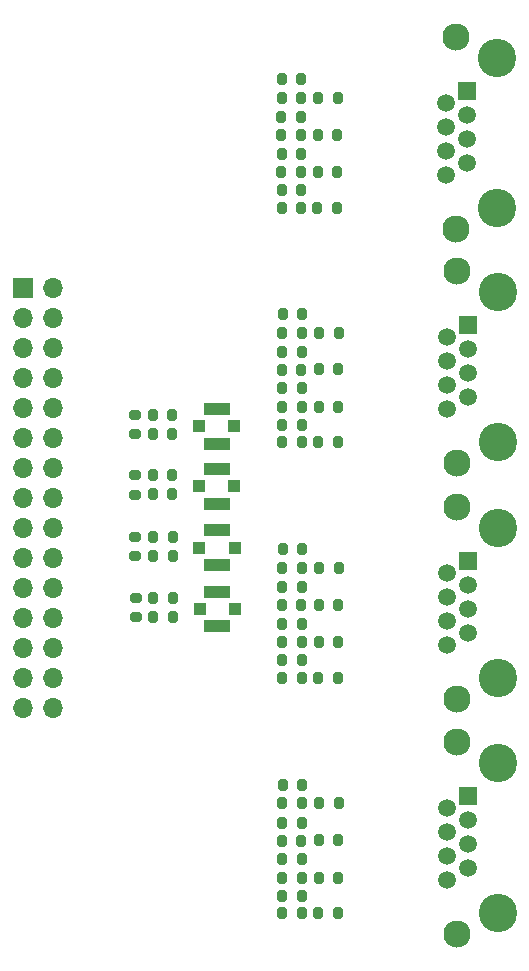
<source format=gbr>
%TF.GenerationSoftware,KiCad,Pcbnew,8.0.5-8.0.5-0~ubuntu22.04.1*%
%TF.CreationDate,2024-10-05T08:55:46-07:00*%
%TF.ProjectId,pmod_ethernet_la,706d6f64-5f65-4746-9865-726e65745f6c,rev?*%
%TF.SameCoordinates,Original*%
%TF.FileFunction,Soldermask,Top*%
%TF.FilePolarity,Negative*%
%FSLAX46Y46*%
G04 Gerber Fmt 4.6, Leading zero omitted, Abs format (unit mm)*
G04 Created by KiCad (PCBNEW 8.0.5-8.0.5-0~ubuntu22.04.1) date 2024-10-05 08:55:46*
%MOMM*%
%LPD*%
G01*
G04 APERTURE LIST*
G04 Aperture macros list*
%AMRoundRect*
0 Rectangle with rounded corners*
0 $1 Rounding radius*
0 $2 $3 $4 $5 $6 $7 $8 $9 X,Y pos of 4 corners*
0 Add a 4 corners polygon primitive as box body*
4,1,4,$2,$3,$4,$5,$6,$7,$8,$9,$2,$3,0*
0 Add four circle primitives for the rounded corners*
1,1,$1+$1,$2,$3*
1,1,$1+$1,$4,$5*
1,1,$1+$1,$6,$7*
1,1,$1+$1,$8,$9*
0 Add four rect primitives between the rounded corners*
20,1,$1+$1,$2,$3,$4,$5,0*
20,1,$1+$1,$4,$5,$6,$7,0*
20,1,$1+$1,$6,$7,$8,$9,0*
20,1,$1+$1,$8,$9,$2,$3,0*%
G04 Aperture macros list end*
%ADD10RoundRect,0.200000X-0.200000X-0.275000X0.200000X-0.275000X0.200000X0.275000X-0.200000X0.275000X0*%
%ADD11RoundRect,0.200000X0.275000X-0.200000X0.275000X0.200000X-0.275000X0.200000X-0.275000X-0.200000X0*%
%ADD12RoundRect,0.200000X-0.275000X0.200000X-0.275000X-0.200000X0.275000X-0.200000X0.275000X0.200000X0*%
%ADD13R,1.000000X1.000000*%
%ADD14R,2.200000X1.050000*%
%ADD15R,1.700000X1.700000*%
%ADD16O,1.700000X1.700000*%
%ADD17RoundRect,0.200000X0.200000X0.275000X-0.200000X0.275000X-0.200000X-0.275000X0.200000X-0.275000X0*%
%ADD18C,3.250000*%
%ADD19R,1.500000X1.500000*%
%ADD20C,1.500000*%
%ADD21C,2.300000*%
G04 APERTURE END LIST*
D10*
%TO.C,R902*%
X96750000Y-115000001D03*
X98400000Y-115000001D03*
%TD*%
D11*
%TO.C,R901*%
X95250000Y-116625001D03*
X95250000Y-114975001D03*
%TD*%
D10*
%TO.C,R802*%
X96750000Y-109900000D03*
X98400000Y-109900000D03*
%TD*%
D11*
%TO.C,R801*%
X95250000Y-111525000D03*
X95250000Y-109875000D03*
%TD*%
D10*
%TO.C,R702*%
X96800000Y-125375000D03*
X98450000Y-125375000D03*
%TD*%
D12*
%TO.C,R701*%
X95300000Y-125350000D03*
X95300000Y-127000000D03*
%TD*%
D10*
%TO.C,R602*%
X96775000Y-120200000D03*
X98425000Y-120200000D03*
%TD*%
D11*
%TO.C,R601*%
X95275000Y-121825000D03*
X95275000Y-120175000D03*
%TD*%
D13*
%TO.C,J901*%
X100650000Y-115925001D03*
D14*
X102150000Y-114450001D03*
D13*
X103650000Y-115925001D03*
D14*
X102150000Y-117400001D03*
%TD*%
D13*
%TO.C,J801*%
X100650000Y-110825000D03*
D14*
X102150000Y-109350000D03*
D13*
X103650000Y-110825000D03*
D14*
X102150000Y-112300000D03*
%TD*%
D13*
%TO.C,J701*%
X100700000Y-126300000D03*
D14*
X102200000Y-124825000D03*
D13*
X103700000Y-126300000D03*
D14*
X102200000Y-127775000D03*
%TD*%
%TO.C,J601*%
X102175000Y-122600000D03*
D13*
X103675000Y-121125000D03*
D14*
X102175000Y-119650000D03*
D13*
X100675000Y-121125000D03*
%TD*%
D10*
%TO.C,C901*%
X96750000Y-116600001D03*
X98400000Y-116600001D03*
%TD*%
%TO.C,C801*%
X96750000Y-111500000D03*
X98400000Y-111500000D03*
%TD*%
%TO.C,C701*%
X96800000Y-126975000D03*
X98450000Y-126975000D03*
%TD*%
%TO.C,C601*%
X96775000Y-121800000D03*
X98425000Y-121800000D03*
%TD*%
D15*
%TO.C,J102*%
X85725000Y-99160000D03*
D16*
X88265000Y-99160000D03*
X85725000Y-101700000D03*
X88265000Y-101700000D03*
X85725000Y-104240000D03*
X88265000Y-104240000D03*
X85725000Y-106780000D03*
X88265000Y-106780000D03*
X85725000Y-109320000D03*
X88265000Y-109320000D03*
X85725000Y-111860000D03*
X88265000Y-111860000D03*
X85725000Y-114400000D03*
X88265000Y-114400000D03*
X85725000Y-116940000D03*
X88265000Y-116940000D03*
X85725000Y-119480000D03*
X88265000Y-119480000D03*
X85725000Y-122020000D03*
X88265000Y-122020000D03*
X85725000Y-124560000D03*
X88265000Y-124560000D03*
X85725000Y-127100000D03*
X88265000Y-127100000D03*
X85725000Y-129640000D03*
X88265000Y-129640000D03*
X85725000Y-132180000D03*
X88265000Y-132180000D03*
X85725000Y-134720000D03*
X88265000Y-134720000D03*
%TD*%
D17*
%TO.C,R508*%
X109375000Y-102900001D03*
X107725000Y-102900001D03*
%TD*%
%TO.C,R507*%
X109350000Y-104540001D03*
X107700000Y-104540001D03*
%TD*%
%TO.C,R506*%
X109350000Y-109200001D03*
X107700000Y-109200001D03*
%TD*%
%TO.C,R505*%
X109375000Y-110700001D03*
X107725000Y-110700001D03*
%TD*%
%TO.C,R504*%
X112475000Y-102900001D03*
X110825000Y-102900001D03*
%TD*%
%TO.C,R503*%
X112425000Y-106000001D03*
X110775000Y-106000001D03*
%TD*%
%TO.C,R502*%
X112425000Y-109200001D03*
X110775000Y-109200001D03*
%TD*%
%TO.C,R501*%
X112400000Y-112200001D03*
X110750000Y-112200001D03*
%TD*%
%TO.C,R408*%
X109375000Y-122833334D03*
X107725000Y-122833334D03*
%TD*%
%TO.C,R407*%
X109350000Y-124473334D03*
X107700000Y-124473334D03*
%TD*%
%TO.C,R406*%
X109350000Y-129133334D03*
X107700000Y-129133334D03*
%TD*%
%TO.C,R405*%
X109375000Y-130633334D03*
X107725000Y-130633334D03*
%TD*%
%TO.C,R404*%
X112475000Y-122833334D03*
X110825000Y-122833334D03*
%TD*%
%TO.C,R403*%
X112425000Y-125933334D03*
X110775000Y-125933334D03*
%TD*%
%TO.C,R402*%
X112425000Y-129133334D03*
X110775000Y-129133334D03*
%TD*%
%TO.C,R401*%
X112400000Y-132133334D03*
X110750000Y-132133334D03*
%TD*%
%TO.C,R308*%
X109375000Y-142766667D03*
X107725000Y-142766667D03*
%TD*%
%TO.C,R307*%
X109350000Y-144406667D03*
X107700000Y-144406667D03*
%TD*%
%TO.C,R306*%
X109350000Y-149066667D03*
X107700000Y-149066667D03*
%TD*%
%TO.C,R305*%
X109375000Y-150566667D03*
X107725000Y-150566667D03*
%TD*%
%TO.C,R304*%
X112475000Y-142766667D03*
X110825000Y-142766667D03*
%TD*%
%TO.C,R303*%
X112425000Y-145866667D03*
X110775000Y-145866667D03*
%TD*%
%TO.C,R302*%
X112425000Y-149066667D03*
X110775000Y-149066667D03*
%TD*%
%TO.C,R301*%
X112400000Y-152066667D03*
X110750000Y-152066667D03*
%TD*%
D18*
%TO.C,J501*%
X125955000Y-99500001D03*
X125955000Y-112200001D03*
D19*
X123415000Y-102290001D03*
D20*
X121635000Y-103306001D03*
X123415000Y-104322001D03*
X121635000Y-105338001D03*
X123415000Y-106354001D03*
X121635000Y-107370001D03*
X123415000Y-108386001D03*
X121635000Y-109402001D03*
D21*
X122525000Y-97720001D03*
X122525000Y-113980001D03*
%TD*%
D18*
%TO.C,J401*%
X125955000Y-119433334D03*
X125955000Y-132133334D03*
D19*
X123415000Y-122223334D03*
D20*
X121635000Y-123239334D03*
X123415000Y-124255334D03*
X121635000Y-125271334D03*
X123415000Y-126287334D03*
X121635000Y-127303334D03*
X123415000Y-128319334D03*
X121635000Y-129335334D03*
D21*
X122525000Y-117653334D03*
X122525000Y-133913334D03*
%TD*%
D18*
%TO.C,J301*%
X125955000Y-139366667D03*
X125955000Y-152066667D03*
D19*
X123415000Y-142156667D03*
D20*
X121635000Y-143172667D03*
X123415000Y-144188667D03*
X121635000Y-145204667D03*
X123415000Y-146220667D03*
X121635000Y-147236667D03*
X123415000Y-148252667D03*
X121635000Y-149268667D03*
D21*
X122525000Y-137586667D03*
X122525000Y-153846667D03*
%TD*%
D17*
%TO.C,C504*%
X109400000Y-101300001D03*
X107750000Y-101300001D03*
%TD*%
%TO.C,C503*%
X109325000Y-106040001D03*
X107675000Y-106040001D03*
%TD*%
%TO.C,C502*%
X109375000Y-107600001D03*
X107725000Y-107600001D03*
%TD*%
%TO.C,C501*%
X109375000Y-112200001D03*
X107725000Y-112200001D03*
%TD*%
%TO.C,C404*%
X109400000Y-121233334D03*
X107750000Y-121233334D03*
%TD*%
%TO.C,C403*%
X109325000Y-125973334D03*
X107675000Y-125973334D03*
%TD*%
%TO.C,C402*%
X109375000Y-127533334D03*
X107725000Y-127533334D03*
%TD*%
%TO.C,C401*%
X109375000Y-132133334D03*
X107725000Y-132133334D03*
%TD*%
%TO.C,C304*%
X109400000Y-141166667D03*
X107750000Y-141166667D03*
%TD*%
%TO.C,C303*%
X109325000Y-145906667D03*
X107675000Y-145906667D03*
%TD*%
%TO.C,C302*%
X109375000Y-147466667D03*
X107725000Y-147466667D03*
%TD*%
%TO.C,C301*%
X109375000Y-152066667D03*
X107725000Y-152066667D03*
%TD*%
%TO.C,R208*%
X109305000Y-83046667D03*
X107655000Y-83046667D03*
%TD*%
%TO.C,R204*%
X112405000Y-83046667D03*
X110755000Y-83046667D03*
%TD*%
%TO.C,R207*%
X109280000Y-84686667D03*
X107630000Y-84686667D03*
%TD*%
%TO.C,R203*%
X112355000Y-86146667D03*
X110705000Y-86146667D03*
%TD*%
%TO.C,R206*%
X109280000Y-89346667D03*
X107630000Y-89346667D03*
%TD*%
%TO.C,R202*%
X112355000Y-89346667D03*
X110705000Y-89346667D03*
%TD*%
D18*
%TO.C,J201*%
X125885000Y-79646667D03*
X125885000Y-92346667D03*
D19*
X123345000Y-82436667D03*
D20*
X121565000Y-83452667D03*
X123345000Y-84468667D03*
X121565000Y-85484667D03*
X123345000Y-86500667D03*
X121565000Y-87516667D03*
X123345000Y-88532667D03*
X121565000Y-89548667D03*
D21*
X122455000Y-77866667D03*
X122455000Y-94126667D03*
%TD*%
D17*
%TO.C,C204*%
X109330000Y-81446667D03*
X107680000Y-81446667D03*
%TD*%
%TO.C,C203*%
X109255000Y-86186667D03*
X107605000Y-86186667D03*
%TD*%
%TO.C,C202*%
X109305000Y-87746667D03*
X107655000Y-87746667D03*
%TD*%
%TO.C,R205*%
X109305000Y-90846667D03*
X107655000Y-90846667D03*
%TD*%
%TO.C,R201*%
X112330000Y-92346667D03*
X110680000Y-92346667D03*
%TD*%
%TO.C,C201*%
X109305000Y-92346667D03*
X107655000Y-92346667D03*
%TD*%
M02*

</source>
